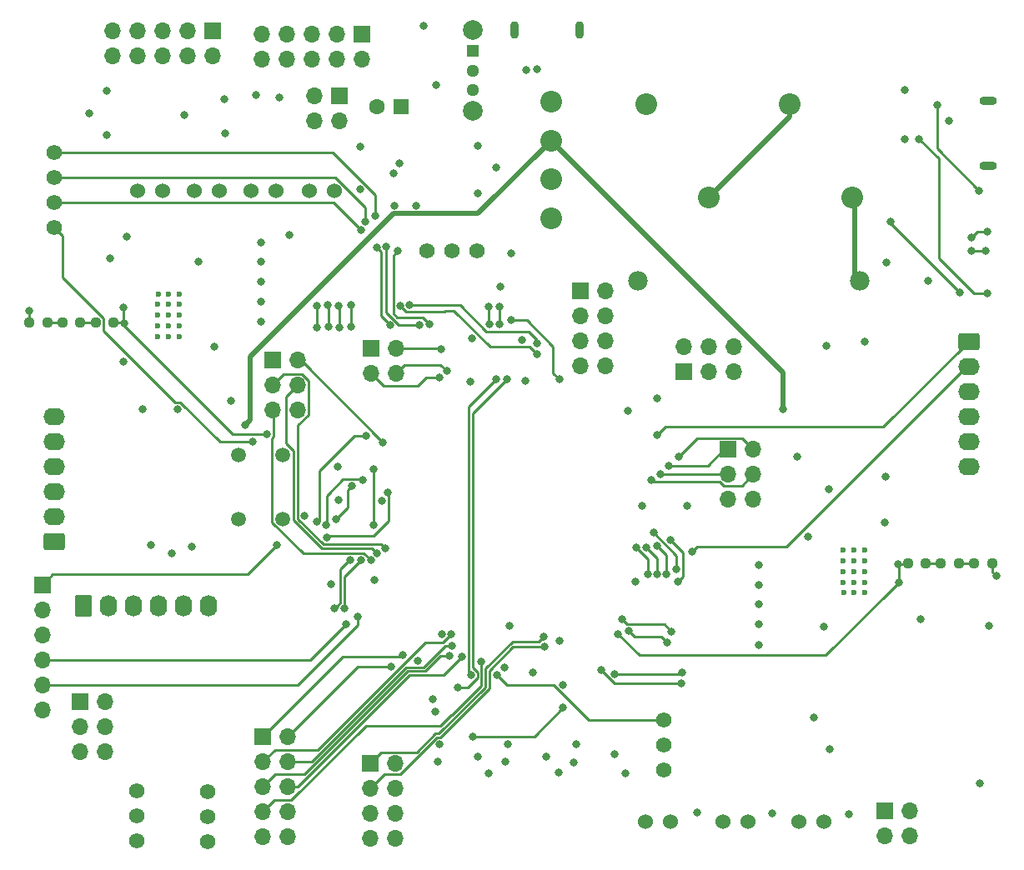
<source format=gbr>
%TF.GenerationSoftware,KiCad,Pcbnew,7.0.6*%
%TF.CreationDate,2024-03-10T14:45:18-07:00*%
%TF.ProjectId,MainBoard,4d61696e-426f-4617-9264-2e6b69636164,0.2*%
%TF.SameCoordinates,Original*%
%TF.FileFunction,Copper,L4,Bot*%
%TF.FilePolarity,Positive*%
%FSLAX46Y46*%
G04 Gerber Fmt 4.6, Leading zero omitted, Abs format (unit mm)*
G04 Created by KiCad (PCBNEW 7.0.6) date 2024-03-10 14:45:18*
%MOMM*%
%LPD*%
G01*
G04 APERTURE LIST*
G04 Aperture macros list*
%AMRoundRect*
0 Rectangle with rounded corners*
0 $1 Rounding radius*
0 $2 $3 $4 $5 $6 $7 $8 $9 X,Y pos of 4 corners*
0 Add a 4 corners polygon primitive as box body*
4,1,4,$2,$3,$4,$5,$6,$7,$8,$9,$2,$3,0*
0 Add four circle primitives for the rounded corners*
1,1,$1+$1,$2,$3*
1,1,$1+$1,$4,$5*
1,1,$1+$1,$6,$7*
1,1,$1+$1,$8,$9*
0 Add four rect primitives between the rounded corners*
20,1,$1+$1,$2,$3,$4,$5,0*
20,1,$1+$1,$4,$5,$6,$7,0*
20,1,$1+$1,$6,$7,$8,$9,0*
20,1,$1+$1,$8,$9,$2,$3,0*%
G04 Aperture macros list end*
%TA.AperFunction,ComponentPad*%
%ADD10C,1.524000*%
%TD*%
%TA.AperFunction,ComponentPad*%
%ADD11RoundRect,0.250000X-0.845000X0.620000X-0.845000X-0.620000X0.845000X-0.620000X0.845000X0.620000X0*%
%TD*%
%TA.AperFunction,ComponentPad*%
%ADD12O,2.190000X1.740000*%
%TD*%
%TA.AperFunction,ComponentPad*%
%ADD13C,1.574800*%
%TD*%
%TA.AperFunction,ComponentPad*%
%ADD14RoundRect,0.250000X0.845000X-0.620000X0.845000X0.620000X-0.845000X0.620000X-0.845000X-0.620000X0*%
%TD*%
%TA.AperFunction,ComponentPad*%
%ADD15R,1.700000X1.700000*%
%TD*%
%TA.AperFunction,ComponentPad*%
%ADD16O,1.700000X1.700000*%
%TD*%
%TA.AperFunction,ComponentPad*%
%ADD17C,0.600000*%
%TD*%
%TA.AperFunction,ComponentPad*%
%ADD18R,1.295400X1.295400*%
%TD*%
%TA.AperFunction,ComponentPad*%
%ADD19C,1.295400*%
%TD*%
%TA.AperFunction,ComponentPad*%
%ADD20C,2.000000*%
%TD*%
%TA.AperFunction,ComponentPad*%
%ADD21RoundRect,0.250000X-0.620000X-0.845000X0.620000X-0.845000X0.620000X0.845000X-0.620000X0.845000X0*%
%TD*%
%TA.AperFunction,ComponentPad*%
%ADD22O,1.740000X2.190000*%
%TD*%
%TA.AperFunction,ComponentPad*%
%ADD23O,1.800000X0.900000*%
%TD*%
%TA.AperFunction,ComponentPad*%
%ADD24C,1.507998*%
%TD*%
%TA.AperFunction,ComponentPad*%
%ADD25C,2.209800*%
%TD*%
%TA.AperFunction,ComponentPad*%
%ADD26R,1.600000X1.600000*%
%TD*%
%TA.AperFunction,ComponentPad*%
%ADD27C,1.600000*%
%TD*%
%TA.AperFunction,ComponentPad*%
%ADD28C,1.980000*%
%TD*%
%TA.AperFunction,ComponentPad*%
%ADD29O,0.900000X1.800000*%
%TD*%
%TA.AperFunction,SMDPad,CuDef*%
%ADD30RoundRect,0.237500X0.250000X0.237500X-0.250000X0.237500X-0.250000X-0.237500X0.250000X-0.237500X0*%
%TD*%
%TA.AperFunction,SMDPad,CuDef*%
%ADD31RoundRect,0.237500X-0.250000X-0.237500X0.250000X-0.237500X0.250000X0.237500X-0.250000X0.237500X0*%
%TD*%
%TA.AperFunction,ViaPad*%
%ADD32C,0.800000*%
%TD*%
%TA.AperFunction,Conductor*%
%ADD33C,0.250000*%
%TD*%
%TA.AperFunction,Conductor*%
%ADD34C,0.500000*%
%TD*%
G04 APERTURE END LIST*
D10*
%TO.P,SW8,1,A*%
%TO.N,+3.3V*%
X189060000Y-100300000D03*
%TO.P,SW8,2,B*%
%TO.N,/Bump2*%
X191600000Y-100300000D03*
%TD*%
D11*
%TO.P,U11,1,PhaseA*%
%TO.N,/IC1*%
X261925000Y-115570000D03*
D12*
%TO.P,U11,2,PhaseB*%
%TO.N,/IC2*%
X261925000Y-118110000D03*
%TO.P,U11,3,Vcc*%
%TO.N,+3.3V*%
X261925000Y-120650000D03*
%TO.P,U11,4,GND*%
%TO.N,GND*%
X261925000Y-123190000D03*
%TO.P,U11,5,M+*%
%TO.N,Net-(U11-M+)*%
X261925000Y-125730000D03*
%TO.P,U11,6,M-*%
%TO.N,Net-(U11-M-)*%
X261925000Y-128270000D03*
%TD*%
D13*
%TO.P,J15,1,Pin_1*%
%TO.N,+3.3V*%
X177450000Y-166350000D03*
%TO.P,J15,2,Pin_2*%
%TO.N,GND*%
X177450000Y-163810000D03*
%TO.P,J15,3,Pin_3*%
%TO.N,/Refl3*%
X177450000Y-161270000D03*
%TD*%
D14*
%TO.P,U12,1,PhaseA*%
%TO.N,/IC3*%
X169100000Y-135890000D03*
D12*
%TO.P,U12,2,PhaseB*%
%TO.N,/IC4*%
X169100000Y-133350000D03*
%TO.P,U12,3,Vcc*%
%TO.N,+3.3V*%
X169100000Y-130810000D03*
%TO.P,U12,4,GND*%
%TO.N,GND*%
X169100000Y-128270000D03*
%TO.P,U12,5,M+*%
%TO.N,Net-(U12-M+)*%
X169100000Y-125730000D03*
%TO.P,U12,6,M-*%
%TO.N,Net-(U12-M-)*%
X169100000Y-123190000D03*
%TD*%
D15*
%TO.P,J1,1,Pin_1*%
%TO.N,Net-(J1-Pin_1)*%
X167850000Y-140300000D03*
D16*
%TO.P,J1,2,Pin_2*%
%TO.N,+3.3V*%
X167850000Y-142840000D03*
%TO.P,J1,3,Pin_3*%
%TO.N,GND*%
X167850000Y-145380000D03*
%TO.P,J1,4,Pin_4*%
%TO.N,Net-(J1-Pin_4)*%
X167850000Y-147920000D03*
%TO.P,J1,5,Pin_5*%
%TO.N,Net-(J1-Pin_5)*%
X167850000Y-150460000D03*
%TO.P,J1,6,Pin_6*%
%TO.N,unconnected-(J1-Pin_6-Pad6)*%
X167850000Y-153000000D03*
%TD*%
D15*
%TO.P,J18,1,Pin_1*%
%TO.N,/SDA2*%
X253360000Y-163300000D03*
D16*
%TO.P,J18,2,Pin_2*%
%TO.N,GND*%
X255900000Y-163300000D03*
%TO.P,J18,3,Pin_3*%
%TO.N,/SCL2*%
X253360000Y-165840000D03*
%TO.P,J18,4,Pin_4*%
%TO.N,GND*%
X255900000Y-165840000D03*
%TD*%
D13*
%TO.P,J14,1,Pin_1*%
%TO.N,+3.3V*%
X184673800Y-166390000D03*
%TO.P,J14,2,Pin_2*%
%TO.N,GND*%
X184673800Y-163850000D03*
%TO.P,J14,3,Pin_3*%
%TO.N,/Refl2*%
X184673800Y-161310000D03*
%TD*%
%TO.P,D8,1,A1*%
%TO.N,Net-(D8-A1)*%
X211990000Y-106376200D03*
%TO.P,D8,2,K*%
%TO.N,GND*%
X209450000Y-106376200D03*
%TO.P,D8,3,A2*%
%TO.N,Net-(D8-A2)*%
X206910000Y-106376200D03*
%TD*%
D15*
%TO.P,J3,1,Pin_1*%
%TO.N,+5V*%
X200300000Y-84360000D03*
D16*
%TO.P,J3,2,Pin_2*%
%TO.N,GND*%
X200300000Y-86900000D03*
%TO.P,J3,3,Pin_3*%
%TO.N,+5V*%
X197760000Y-84360000D03*
%TO.P,J3,4,Pin_4*%
%TO.N,GND*%
X197760000Y-86900000D03*
%TO.P,J3,5,Pin_5*%
%TO.N,+5V*%
X195220000Y-84360000D03*
%TO.P,J3,6,Pin_6*%
%TO.N,GND*%
X195220000Y-86900000D03*
%TO.P,J3,7,Pin_7*%
%TO.N,+5V*%
X192680000Y-84360000D03*
%TO.P,J3,8,Pin_8*%
%TO.N,GND*%
X192680000Y-86900000D03*
%TO.P,J3,9,Pin_9*%
%TO.N,+5V*%
X190140000Y-84360000D03*
%TO.P,J3,10,Pin_10*%
%TO.N,GND*%
X190140000Y-86900000D03*
%TD*%
D17*
%TO.P,U10,29,PAD*%
%TO.N,GND*%
X179600000Y-111799999D03*
X179600000Y-112899999D03*
X179600000Y-113999999D03*
X179600000Y-115100000D03*
X179620000Y-110779999D03*
X180700000Y-110779999D03*
X180700000Y-115100000D03*
X180700003Y-111799999D03*
X180700003Y-112899999D03*
X180700003Y-113999999D03*
X181760000Y-110779999D03*
X181800000Y-111799999D03*
X181800000Y-112899999D03*
X181800000Y-113999999D03*
X181800000Y-115100000D03*
%TD*%
D15*
%TO.P,J21,1,Pin_1*%
%TO.N,/RH15*%
X233010000Y-118650000D03*
D16*
%TO.P,J21,2,Pin_2*%
%TO.N,/RH14*%
X233010000Y-116110000D03*
%TO.P,J21,3,Pin_3*%
%TO.N,/RH13*%
X235550000Y-118650000D03*
%TO.P,J21,4,Pin_4*%
%TO.N,/RH12*%
X235550000Y-116110000D03*
%TO.P,J21,5,Pin_5*%
%TO.N,GND*%
X238090000Y-118650000D03*
%TO.P,J21,6,Pin_6*%
X238090000Y-116110000D03*
%TD*%
D15*
%TO.P,J19,1,Pin_1*%
%TO.N,/SCK4*%
X237510000Y-126560000D03*
D16*
%TO.P,J19,2,Pin_2*%
%TO.N,/SDI4*%
X240050000Y-126560000D03*
%TO.P,J19,3,Pin_3*%
%TO.N,/SS4\u002A*%
X237510000Y-129100000D03*
%TO.P,J19,4,Pin_4*%
%TO.N,/SDO4*%
X240050000Y-129100000D03*
%TO.P,J19,5,Pin_5*%
%TO.N,GND*%
X237510000Y-131640000D03*
%TO.P,J19,6,Pin_6*%
X240050000Y-131640000D03*
%TD*%
D18*
%TO.P,SW2,1,A*%
%TO.N,Net-(J4-VBUS)*%
X211550000Y-86049999D03*
D19*
%TO.P,SW2,2,B*%
%TO.N,+5V*%
X211550000Y-88050000D03*
%TO.P,SW2,3,C*%
%TO.N,unconnected-(SW2-C-Pad3)*%
X211550000Y-90050001D03*
D20*
%TO.P,SW2,4*%
%TO.N,N/C*%
X211550000Y-83949999D03*
%TO.P,SW2,5*%
X211550000Y-92150000D03*
%TD*%
D17*
%TO.P,U13,29,PAD*%
%TO.N,GND*%
X251400000Y-140099999D03*
X251400000Y-138999999D03*
X251400000Y-137899999D03*
X251400000Y-136799998D03*
X251380000Y-141119999D03*
X250300000Y-141119999D03*
X250300000Y-136799998D03*
X250299997Y-140099999D03*
X250299997Y-138999999D03*
X250299997Y-137899999D03*
X249240000Y-141119999D03*
X249200000Y-140099999D03*
X249200000Y-138999999D03*
X249200000Y-137899999D03*
X249200000Y-136799998D03*
%TD*%
D21*
%TO.P,J20,1,Pin_1*%
%TO.N,/SCK2*%
X172055000Y-142450000D03*
D22*
%TO.P,J20,2,Pin_2*%
%TO.N,/SS2\u002A*%
X174595000Y-142450000D03*
%TO.P,J20,3,Pin_3*%
%TO.N,/SDO2*%
X177135000Y-142450000D03*
%TO.P,J20,4,Pin_4*%
%TO.N,/SDI2*%
X179675000Y-142450000D03*
%TO.P,J20,5,Pin_5*%
%TO.N,GND*%
X182215000Y-142450000D03*
%TO.P,J20,6,Pin_6*%
X184755000Y-142450000D03*
%TD*%
D15*
%TO.P,J8,1,Pin_1*%
%TO.N,/SCK3*%
X201160000Y-158430000D03*
D16*
%TO.P,J8,2,Pin_2*%
%TO.N,/SDO3*%
X203700000Y-158430000D03*
%TO.P,J8,3,Pin_3*%
%TO.N,/SS3\u002A*%
X201160000Y-160970000D03*
%TO.P,J8,4,Pin_4*%
%TO.N,/SDI3*%
X203700000Y-160970000D03*
%TO.P,J8,5,Pin_5*%
%TO.N,GND*%
X201160000Y-163510000D03*
%TO.P,J8,6,Pin_6*%
X203700000Y-163510000D03*
%TO.P,J8,7,Pin_7*%
%TO.N,/U4RX*%
X201160000Y-166050000D03*
%TO.P,J8,8,Pin_8*%
%TO.N,/U4TX*%
X203700000Y-166050000D03*
%TD*%
D15*
%TO.P,J2,1,Pin_1*%
%TO.N,Net-(J2-Pin_1)*%
X185140000Y-84060000D03*
D16*
%TO.P,J2,2,Pin_2*%
%TO.N,GND*%
X185140000Y-86600000D03*
%TO.P,J2,3,Pin_3*%
%TO.N,Net-(J2-Pin_1)*%
X182600000Y-84060000D03*
%TO.P,J2,4,Pin_4*%
%TO.N,GND*%
X182600000Y-86600000D03*
%TO.P,J2,5,Pin_5*%
%TO.N,Net-(J2-Pin_1)*%
X180060000Y-84060000D03*
%TO.P,J2,6,Pin_6*%
%TO.N,GND*%
X180060000Y-86600000D03*
%TO.P,J2,7,Pin_7*%
%TO.N,Net-(J2-Pin_1)*%
X177520000Y-84060000D03*
%TO.P,J2,8,Pin_8*%
%TO.N,GND*%
X177520000Y-86600000D03*
%TO.P,J2,9,Pin_9*%
%TO.N,Net-(J2-Pin_1)*%
X174980000Y-84060000D03*
%TO.P,J2,10,Pin_10*%
%TO.N,GND*%
X174980000Y-86600000D03*
%TD*%
D15*
%TO.P,J23,1,Pin_1*%
%TO.N,/U5TX*%
X171660000Y-152150000D03*
D16*
%TO.P,J23,2,Pin_2*%
%TO.N,/U5RX*%
X174200000Y-152150000D03*
%TO.P,J23,3,Pin_3*%
%TO.N,/U6TX*%
X171660000Y-154690000D03*
%TO.P,J23,4,Pin_4*%
%TO.N,/U6RX*%
X174200000Y-154690000D03*
%TO.P,J23,5,Pin_5*%
%TO.N,GND*%
X171660000Y-157230000D03*
%TO.P,J23,6,Pin_6*%
X174200000Y-157230000D03*
%TD*%
D10*
%TO.P,SW6,1,1*%
%TO.N,+3.3V*%
X231610128Y-164351200D03*
%TO.P,SW6,2,2*%
%TO.N,/Switch1*%
X229070128Y-164351200D03*
%TD*%
D23*
%TO.P,J9,S5*%
%TO.N,N/C*%
X263900000Y-97700000D03*
%TO.P,J9,S6*%
X263900000Y-91100000D03*
%TD*%
D10*
%TO.P,SW10,1,A*%
%TO.N,+3.3V*%
X177510000Y-100300000D03*
%TO.P,SW10,2,B*%
%TO.N,/Bump4*%
X180050000Y-100300000D03*
%TD*%
%TO.P,SW4,1,1*%
%TO.N,+3.3V*%
X239490128Y-164375000D03*
%TO.P,SW4,2,2*%
%TO.N,/Switch2*%
X236950128Y-164375000D03*
%TD*%
%TO.P,SW5,1,1*%
%TO.N,+3.3V*%
X247230128Y-164375000D03*
%TO.P,SW5,2,2*%
%TO.N,/Switch3*%
X244690128Y-164375000D03*
%TD*%
D15*
%TO.P,J25,1,Pin_1*%
%TO.N,/RE4*%
X201250000Y-116275000D03*
D16*
%TO.P,J25,2,Pin_2*%
%TO.N,/RE1*%
X203790000Y-116275000D03*
%TO.P,J25,3,Pin_3*%
%TO.N,/RG12*%
X201250000Y-118815000D03*
%TO.P,J25,4,Pin_4*%
%TO.N,/RG14*%
X203790000Y-118815000D03*
%TD*%
D24*
%TO.P,SW1,1*%
%TO.N,GND*%
X192300001Y-127099998D03*
%TO.P,SW1,2*%
%TO.N,N/C*%
X192300001Y-133600000D03*
%TO.P,SW1,3*%
X187800000Y-127099998D03*
%TO.P,SW1,4*%
%TO.N,Net-(C1-Pad1)*%
X187800000Y-133600000D03*
%TD*%
D15*
%TO.P,J26,1,Pin_1*%
%TO.N,+3.3V*%
X222460000Y-110400000D03*
D16*
%TO.P,J26,2,Pin_2*%
%TO.N,GND*%
X225000000Y-110400000D03*
%TO.P,J26,3,Pin_3*%
%TO.N,/IMU_INT2*%
X222460000Y-112940000D03*
%TO.P,J26,4,Pin_4*%
%TO.N,/SCK1*%
X225000000Y-112940000D03*
%TO.P,J26,5,Pin_5*%
%TO.N,/IMU_INT1*%
X222460000Y-115480000D03*
%TO.P,J26,6,Pin_6*%
%TO.N,/SS1\u002A*%
X225000000Y-115480000D03*
%TO.P,J26,7,Pin_7*%
%TO.N,/SDO1*%
X222460000Y-118020000D03*
%TO.P,J26,8,Pin_8*%
%TO.N,/SDI1*%
X225000000Y-118020000D03*
%TD*%
D25*
%TO.P,SW3,1,1*%
%TO.N,+5V*%
X219500000Y-103087200D03*
%TO.P,SW3,2,2*%
%TO.N,Net-(J4-VBUS)*%
X219500000Y-99124800D03*
%TO.P,SW3,3,3*%
%TO.N,Vdrive*%
X219500000Y-95162400D03*
%TO.P,SW3,4,4*%
%TO.N,Net-(F1-Pad1)*%
X219500000Y-91200000D03*
%TD*%
D26*
%TO.P,C15,1*%
%TO.N,+5V*%
X204305113Y-91700000D03*
D27*
%TO.P,C15,2*%
%TO.N,GND*%
X201805113Y-91700000D03*
%TD*%
D28*
%TO.P,F1,1*%
%TO.N,Net-(F1-Pad1)*%
X228350000Y-109400000D03*
%TO.P,F1,2*%
%TO.N,Net-(J5-Pin_1)*%
X250850000Y-109400000D03*
%TD*%
D13*
%TO.P,J13,1,Pin_1*%
%TO.N,+3.3V*%
X230973800Y-159140000D03*
%TO.P,J13,2,Pin_2*%
%TO.N,GND*%
X230973800Y-156600000D03*
%TO.P,J13,3,Pin_3*%
%TO.N,/Refl1*%
X230973800Y-154060000D03*
%TD*%
D10*
%TO.P,SW9,1,A*%
%TO.N,+3.3V*%
X183310000Y-100300000D03*
%TO.P,SW9,2,B*%
%TO.N,/Bump3*%
X185850000Y-100300000D03*
%TD*%
D25*
%TO.P,J6,1,Pin_1*%
%TO.N,Net-(J5-Pin_2)*%
X235500000Y-101000000D03*
%TO.P,J6,2,Pin_2*%
%TO.N,GND*%
X229150000Y-91500001D03*
%TD*%
D10*
%TO.P,SW7,1,A*%
%TO.N,+3.3V*%
X195000000Y-100300000D03*
%TO.P,SW7,2,B*%
%TO.N,/Bump1*%
X197540000Y-100300000D03*
%TD*%
D29*
%TO.P,J4,S5*%
%TO.N,N/C*%
X222400000Y-83900000D03*
%TO.P,J4,S6*%
X215800000Y-83900000D03*
%TD*%
D13*
%TO.P,J24,1,Pin_1*%
%TO.N,/U2TX*%
X169100000Y-104000000D03*
%TO.P,J24,2,Pin_2*%
%TO.N,/U2RX*%
X169100000Y-101460000D03*
%TO.P,J24,3,Pin_3*%
%TO.N,/GPS_Reset*%
X169100000Y-98920000D03*
%TO.P,J24,4,Pin_4*%
%TO.N,/GPS_INT*%
X169100000Y-96380000D03*
%TD*%
D15*
%TO.P,J7,1,Pin_1*%
%TO.N,/RA9*%
X190250000Y-155740000D03*
D16*
%TO.P,J7,2,Pin_2*%
%TO.N,/RA10*%
X192790000Y-155740000D03*
%TO.P,J7,3,Pin_3*%
%TO.N,/RH0*%
X190250000Y-158280000D03*
%TO.P,J7,4,Pin_4*%
%TO.N,/RH1*%
X192790000Y-158280000D03*
%TO.P,J7,5,Pin_5*%
%TO.N,/RH2*%
X190250000Y-160820000D03*
%TO.P,J7,6,Pin_6*%
%TO.N,/RH3*%
X192790000Y-160820000D03*
%TO.P,J7,7,Pin_7*%
%TO.N,/RB10*%
X190250000Y-163360000D03*
%TO.P,J7,8,Pin_8*%
%TO.N,/RK1*%
X192790000Y-163360000D03*
%TO.P,J7,9,Pin_9*%
%TO.N,/RK2*%
X190250000Y-165900000D03*
%TO.P,J7,10,Pin_10*%
%TO.N,/RK3*%
X192790000Y-165900000D03*
%TD*%
D15*
%TO.P,J16,1,Pin_1*%
%TO.N,/RE7*%
X191210000Y-117510000D03*
D16*
%TO.P,J16,2,Pin_2*%
%TO.N,/RJ8*%
X193750000Y-117510000D03*
%TO.P,J16,3,Pin_3*%
%TO.N,/RJ13*%
X191210000Y-120050000D03*
%TO.P,J16,4,Pin_4*%
%TO.N,/RJ14*%
X193750000Y-120050000D03*
%TO.P,J16,5,Pin_5*%
%TO.N,/RJ15*%
X191210000Y-122590000D03*
%TO.P,J16,6,Pin_6*%
%TO.N,GND*%
X193750000Y-122590000D03*
%TD*%
D25*
%TO.P,J5,1,Pin_1*%
%TO.N,Net-(J5-Pin_1)*%
X250100000Y-100999999D03*
%TO.P,J5,2,Pin_2*%
%TO.N,Net-(J5-Pin_2)*%
X243750000Y-91500000D03*
%TD*%
D15*
%TO.P,J22,1,Pin_1*%
%TO.N,/U3TX*%
X198050000Y-90650000D03*
D16*
%TO.P,J22,2,Pin_2*%
%TO.N,GND*%
X198050000Y-93190000D03*
%TO.P,J22,3,Pin_3*%
%TO.N,/U3RX*%
X195510000Y-90650000D03*
%TO.P,J22,4,Pin_4*%
%TO.N,GND*%
X195510000Y-93190000D03*
%TD*%
D30*
%TO.P,R49,1*%
%TO.N,Net-(R49-Pad1)*%
X260925000Y-138125000D03*
%TO.P,R49,2*%
%TO.N,Net-(R36-Pad1)*%
X259100000Y-138125000D03*
%TD*%
D31*
%TO.P,R26,1*%
%TO.N,Net-(R26-Pad1)*%
X173275000Y-113700000D03*
%TO.P,R26,2*%
%TO.N,/MotorCurrent1*%
X175100000Y-113700000D03*
%TD*%
D30*
%TO.P,R36,1*%
%TO.N,Net-(R36-Pad1)*%
X257562500Y-138125000D03*
%TO.P,R36,2*%
%TO.N,/MotorCurrent2*%
X255737500Y-138125000D03*
%TD*%
D31*
%TO.P,R47,1*%
%TO.N,Net-(R47-Pad1)*%
X169900000Y-113700000D03*
%TO.P,R47,2*%
%TO.N,Net-(R26-Pad1)*%
X171725000Y-113700000D03*
%TD*%
%TO.P,R48,1*%
%TO.N,GND*%
X166525000Y-113700000D03*
%TO.P,R48,2*%
%TO.N,Net-(R47-Pad1)*%
X168350000Y-113700000D03*
%TD*%
D30*
%TO.P,R50,1*%
%TO.N,GND*%
X264300000Y-138125000D03*
%TO.P,R50,2*%
%TO.N,Net-(R49-Pad1)*%
X262475000Y-138125000D03*
%TD*%
D32*
%TO.N,GND*%
X247500000Y-116000000D03*
X183050000Y-136400000D03*
X208200000Y-156500000D03*
X202310556Y-131798056D03*
X216925501Y-119600000D03*
X259900000Y-93150000D03*
X215100000Y-156500000D03*
X176100000Y-117650000D03*
X215258526Y-144491472D03*
X220400333Y-145999667D03*
X212100000Y-100500000D03*
X213900000Y-97900000D03*
X197859787Y-128309787D03*
X187000000Y-121600000D03*
X247800000Y-157000000D03*
X225994063Y-157486643D03*
X222100000Y-156500000D03*
X217700000Y-149250000D03*
X253500000Y-129300000D03*
X192950000Y-104750000D03*
X257050000Y-143825500D03*
X251400000Y-115600000D03*
X247700000Y-130600000D03*
X244500000Y-127300000D03*
X186400000Y-94400000D03*
X181034787Y-137084787D03*
X172600000Y-92400000D03*
X249790128Y-163575000D03*
X166525000Y-112500000D03*
X189575000Y-90550000D03*
X174750000Y-107150000D03*
X218100000Y-87900000D03*
X191950000Y-90800000D03*
X247200000Y-144600000D03*
X176400000Y-104950000D03*
X263950000Y-144450000D03*
X201562500Y-139850000D03*
X241990128Y-163525000D03*
X217000000Y-88000000D03*
X263050000Y-160500000D03*
X253400000Y-134000000D03*
X183750000Y-107450000D03*
X204100000Y-97500000D03*
X178050000Y-122450000D03*
X206600000Y-83475000D03*
X174400000Y-90100000D03*
X181600000Y-122450000D03*
X207500000Y-151950000D03*
X174400000Y-94600000D03*
X257800000Y-109400000D03*
X186300000Y-91000000D03*
X219000000Y-157800000D03*
X211300000Y-119700000D03*
X178900000Y-136250000D03*
X264700000Y-139425000D03*
X182300000Y-92600000D03*
X228776944Y-132276944D03*
X253600000Y-107530000D03*
X200100000Y-95800000D03*
X200100000Y-100100000D03*
X212100000Y-95700000D03*
X228050000Y-140000000D03*
X208426944Y-145326944D03*
X212100000Y-157800000D03*
X234340128Y-163475000D03*
X227336051Y-122636051D03*
%TO.N,+3.3V*%
X194500000Y-133300000D03*
X245600000Y-135400000D03*
X216600000Y-115400000D03*
X213200000Y-159500000D03*
X240600000Y-146400000D03*
X240600000Y-142300000D03*
X240600000Y-144300000D03*
X190100000Y-111550000D03*
X214900000Y-158300000D03*
X240600000Y-138300000D03*
X207800000Y-89500000D03*
X190050000Y-107500000D03*
X230300000Y-121400000D03*
X203500000Y-98500000D03*
X190100000Y-113550000D03*
X205950000Y-148000000D03*
X205800000Y-101800000D03*
X208000000Y-158300000D03*
X185300000Y-116100000D03*
X240600000Y-140300000D03*
X214800356Y-148700351D03*
X190050000Y-109550000D03*
X255400000Y-95000000D03*
X220300000Y-159400000D03*
X190100000Y-105500000D03*
X197200000Y-140213420D03*
X254000000Y-103400000D03*
X203600000Y-101800000D03*
X246200000Y-153800000D03*
X227100000Y-159500000D03*
X220700000Y-150450000D03*
X214350000Y-110050000D03*
X261050354Y-110650353D03*
X207750000Y-153162500D03*
X197900000Y-131650000D03*
X211500000Y-115300000D03*
X221800000Y-158400000D03*
X255400000Y-90000000D03*
X215485556Y-106664444D03*
X233300000Y-132250000D03*
%TO.N,Net-(J1-Pin_1)*%
X191650000Y-136275000D03*
%TO.N,Net-(J1-Pin_4)*%
X198700000Y-144309814D03*
%TO.N,Net-(J1-Pin_5)*%
X199875000Y-143525000D03*
%TO.N,/Refl1*%
X214000000Y-149450000D03*
%TO.N,/Refl2*%
X198499503Y-142700000D03*
X200200000Y-137775000D03*
%TO.N,/Refl3*%
X197550000Y-142700000D03*
X199100000Y-137775000D03*
%TO.N,/SDA2*%
X232389694Y-140018292D03*
X231653888Y-135796112D03*
%TO.N,/SCL2*%
X229926944Y-135023056D03*
X232250000Y-138700000D03*
%TO.N,/RH0*%
X209401731Y-145306046D03*
%TO.N,/RH1*%
X209439127Y-146514762D03*
%TO.N,/RJ13*%
X202657370Y-136624500D03*
%TO.N,/RH2*%
X209200000Y-147550000D03*
%TO.N,/RJ14*%
X201821956Y-137075764D03*
%TO.N,/RH3*%
X210450000Y-147600000D03*
%TO.N,/RJ15*%
X201239950Y-137825980D03*
%TO.N,/U2TX*%
X189250000Y-125800000D03*
%TO.N,Net-(D9-K)*%
X262200000Y-105000000D03*
X263800000Y-104400000D03*
%TO.N,/U2RX*%
X203166055Y-113933945D03*
X200200000Y-104250000D03*
X201800000Y-106050000D03*
%TO.N,/U3TX*%
X205150000Y-111900000D03*
X218100000Y-115800000D03*
%TO.N,/U3RX*%
X218100000Y-116900000D03*
X204202910Y-111967649D03*
%TO.N,/RA9*%
X204430444Y-147480444D03*
%TO.N,/RB10*%
X212405233Y-148075750D03*
%TO.N,/RA10*%
X203280444Y-148630444D03*
%TO.N,/U6TX*%
X201450000Y-134250000D03*
X201510340Y-128575500D03*
%TO.N,/Switch1*%
X228165980Y-136525500D03*
X229350000Y-139250000D03*
%TO.N,/RG12*%
X208209423Y-119227463D03*
%TO.N,/RG14*%
X208900000Y-118575000D03*
%TO.N,/SCK3*%
X218724501Y-145550000D03*
%TO.N,/SS3\u002A*%
X218850000Y-146600000D03*
%TO.N,/RE1*%
X208325000Y-116350000D03*
%TO.N,/SCK4*%
X231450000Y-128200000D03*
%TO.N,/SDO4*%
X229650000Y-129700000D03*
%TO.N,/Switch2*%
X230300000Y-139250000D03*
X229200000Y-136525500D03*
%TO.N,/Switch3*%
X230300000Y-136350000D03*
X231249503Y-139250000D03*
%TO.N,/SS4\u002A*%
X230596809Y-129043540D03*
%TO.N,/SDI4*%
X232457370Y-127307370D03*
%TO.N,/SDO5*%
X211359787Y-149459786D03*
X213924500Y-119400000D03*
%TO.N,/SDI5*%
X215050000Y-119400000D03*
X210051906Y-150710761D03*
%TO.N,/SCK6*%
X232850000Y-149250000D03*
X225975500Y-149396660D03*
%TO.N,/SDO6*%
X231750000Y-145050000D03*
X226701000Y-143800000D03*
%TO.N,/SS6\u002A*%
X224612476Y-148987524D03*
X232700000Y-150350000D03*
%TO.N,/SDI6*%
X227375500Y-144974500D03*
X231324500Y-146200000D03*
%TO.N,/SCK2*%
X196674032Y-134197201D03*
X200400000Y-129675500D03*
%TO.N,/SDI2*%
X197699266Y-133672527D03*
X199300000Y-130274500D03*
%TO.N,/SDO2*%
X202900000Y-130924501D03*
X196775868Y-135532616D03*
%TO.N,/IC2*%
X233850000Y-136925500D03*
%TO.N,/IC3*%
X195767244Y-133915616D03*
X200700000Y-125150000D03*
%TO.N,/IC1*%
X230299527Y-125075500D03*
%TO.N,/Bump1*%
X199200000Y-111850000D03*
X199200000Y-114075000D03*
%TO.N,/Bump2*%
X197950000Y-111950000D03*
X198000000Y-114125000D03*
%TO.N,/Bump3*%
X196900000Y-114100000D03*
X196875000Y-111900000D03*
%TO.N,/Bump4*%
X195750000Y-111950000D03*
X195700000Y-114150000D03*
%TO.N,/LED2*%
X211600000Y-155700000D03*
X220719870Y-152769870D03*
%TO.N,/GPS_INT*%
X207175000Y-113824500D03*
X201700000Y-102850000D03*
X203950000Y-106400000D03*
%TO.N,/GPS_Reset*%
X200650000Y-103400000D03*
X206175000Y-113875000D03*
X202800000Y-105950000D03*
%TO.N,/Status_Yellow*%
X214250000Y-113824500D03*
X214250000Y-112025500D03*
%TO.N,/Status_Green*%
X213250000Y-113824500D03*
X213200000Y-112025500D03*
%TO.N,Vdrive*%
X188450000Y-124100000D03*
X243100000Y-122500000D03*
%TO.N,Net-(D9-A)*%
X263000000Y-100300000D03*
X258700000Y-91600000D03*
%TO.N,Net-(D10-K)*%
X262200500Y-106400000D03*
X263600000Y-106400000D03*
%TO.N,Net-(D10-A)*%
X256900000Y-95000000D03*
X263800000Y-110700000D03*
%TO.N,/MotorCurrent1*%
X176125000Y-112100500D03*
X176175000Y-113725500D03*
X190673056Y-124973056D03*
%TO.N,/MotorCurrent2*%
X254773435Y-138174498D03*
X254800000Y-140100000D03*
X226324500Y-145300000D03*
%TO.N,/Dir2*%
X220339194Y-119414695D03*
X215459674Y-113413562D03*
%TO.N,/RJ8*%
X202460933Y-125864821D03*
%TD*%
D33*
%TO.N,GND*%
X166525000Y-112500000D02*
X166525000Y-113700000D01*
X264300000Y-138125000D02*
X264300000Y-139025000D01*
X264300000Y-139025000D02*
X264700000Y-139425000D01*
%TO.N,+3.3V*%
X261050354Y-110650353D02*
X254000000Y-103599999D01*
X254000000Y-103599999D02*
X254000000Y-103400000D01*
%TO.N,Net-(J1-Pin_1)*%
X167850000Y-140300000D02*
X168905000Y-139245000D01*
X168905000Y-139245000D02*
X188680000Y-139245000D01*
X188680000Y-139245000D02*
X191650000Y-136275000D01*
%TO.N,Net-(J1-Pin_4)*%
X167850000Y-147920000D02*
X195089814Y-147920000D01*
X195089814Y-147920000D02*
X198700000Y-144309814D01*
%TO.N,Net-(J1-Pin_5)*%
X199875000Y-144375000D02*
X193790000Y-150460000D01*
X193790000Y-150460000D02*
X167850000Y-150460000D01*
X199875000Y-143525000D02*
X199875000Y-144375000D01*
%TO.N,/Refl1*%
X215050000Y-150500000D02*
X219795405Y-150500000D01*
X223355405Y-154060000D02*
X230973800Y-154060000D01*
X214000000Y-149450000D02*
X215050000Y-150500000D01*
X219795405Y-150500000D02*
X223355405Y-154060000D01*
%TO.N,/Refl2*%
X198499503Y-139500497D02*
X198499503Y-142700000D01*
X200200000Y-137800000D02*
X198499503Y-139500497D01*
X200200000Y-137775000D02*
X200200000Y-137800000D01*
%TO.N,/Refl3*%
X198099503Y-142145405D02*
X197824503Y-142420405D01*
X197824503Y-142420405D02*
X197824503Y-142425497D01*
X197824503Y-142425497D02*
X197550000Y-142700000D01*
X199025000Y-137775000D02*
X198099503Y-138700497D01*
X199100000Y-137775000D02*
X199025000Y-137775000D01*
X198099503Y-138700497D02*
X198099503Y-142145405D01*
%TO.N,/SDA2*%
X232925000Y-139482986D02*
X232389694Y-140018292D01*
X231653888Y-135796112D02*
X232925000Y-137067224D01*
X232925000Y-137067224D02*
X232925000Y-139482986D01*
%TO.N,/SCL2*%
X232250000Y-137346112D02*
X229926944Y-135023056D01*
X232250000Y-138700000D02*
X232250000Y-137346112D01*
%TO.N,/RH0*%
X208548196Y-146159581D02*
X206740419Y-146159581D01*
X191480000Y-157050000D02*
X190720000Y-157810000D01*
X195850000Y-157050000D02*
X191480000Y-157050000D01*
X206740419Y-146159581D02*
X195850000Y-157050000D01*
X209401731Y-145306046D02*
X208548196Y-146159581D01*
%TO.N,/RH1*%
X195185686Y-158280000D02*
X193220000Y-158280000D01*
X204790686Y-148675000D02*
X195185686Y-158280000D01*
X208758701Y-146514762D02*
X206598463Y-148675000D01*
X209439127Y-146514762D02*
X208758701Y-146514762D01*
X206598463Y-148675000D02*
X204790686Y-148675000D01*
%TO.N,/RJ13*%
X196407616Y-136207616D02*
X193825000Y-133625000D01*
X202232870Y-136200000D02*
X197063079Y-136200000D01*
X193825000Y-133625000D02*
X193825000Y-124105991D01*
X192335000Y-118925000D02*
X191210000Y-120050000D01*
X202657370Y-136624500D02*
X202232870Y-136200000D01*
X197055463Y-136207616D02*
X196407616Y-136207616D01*
X194215991Y-118925000D02*
X192335000Y-118925000D01*
X194875000Y-119584009D02*
X194215991Y-118925000D01*
X193825000Y-124105991D02*
X194875000Y-123055991D01*
X197063079Y-136200000D02*
X197055463Y-136207616D01*
X194875000Y-123055991D02*
X194875000Y-119584009D01*
%TO.N,/RH2*%
X191520000Y-159550000D02*
X190250000Y-160820000D01*
X208289149Y-147550000D02*
X206764148Y-149075000D01*
X194481372Y-159550000D02*
X191520000Y-159550000D01*
X204956372Y-149075000D02*
X194481372Y-159550000D01*
X206764148Y-149075000D02*
X204956372Y-149075000D01*
X209200000Y-147550000D02*
X208289149Y-147550000D01*
%TO.N,/RJ14*%
X197221148Y-136607616D02*
X196241931Y-136607616D01*
X196241931Y-136607616D02*
X193329000Y-133694685D01*
X193329000Y-133694685D02*
X193329000Y-126673772D01*
X193329000Y-126673772D02*
X192625000Y-125969772D01*
X197228764Y-136600000D02*
X197221148Y-136607616D01*
X201821956Y-137075764D02*
X201346192Y-136600000D01*
X192625000Y-125969772D02*
X192625000Y-121175000D01*
X192625000Y-121175000D02*
X193750000Y-120050000D01*
X201346192Y-136600000D02*
X197228764Y-136600000D01*
%TO.N,/RH3*%
X208575000Y-149475000D02*
X210450000Y-147600000D01*
X193777058Y-160820000D02*
X205122058Y-149475000D01*
X205122058Y-149475000D02*
X208575000Y-149475000D01*
X193220000Y-160820000D02*
X193777058Y-160820000D01*
%TO.N,/RJ15*%
X191200354Y-125400353D02*
X191348056Y-125252651D01*
X200514470Y-137100500D02*
X194345276Y-137100500D01*
X201239950Y-137825980D02*
X200514470Y-137100500D01*
X194345276Y-137100500D02*
X191200354Y-133955578D01*
X191200354Y-133955578D02*
X191200354Y-125400353D01*
X191348056Y-125252651D02*
X191348056Y-122728056D01*
%TO.N,/U2TX*%
X169950000Y-104850000D02*
X169950000Y-109125000D01*
X174075000Y-114500000D02*
X181350000Y-121775000D01*
X181879595Y-121775000D02*
X185904595Y-125800000D01*
X174075000Y-113250000D02*
X174075000Y-114500000D01*
X181350000Y-121775000D02*
X181879595Y-121775000D01*
X185904595Y-125800000D02*
X189250000Y-125800000D01*
X169100000Y-104000000D02*
X169950000Y-104850000D01*
X169950000Y-109125000D02*
X174075000Y-113250000D01*
%TO.N,Net-(D9-K)*%
X263800000Y-104400000D02*
X262800000Y-104400000D01*
X262800000Y-104400000D02*
X262200000Y-105000000D01*
%TO.N,/U2RX*%
X169100000Y-101460000D02*
X197410000Y-101460000D01*
X197410000Y-101460000D02*
X200200000Y-104250000D01*
X202250000Y-113017890D02*
X202250000Y-106500000D01*
X202250000Y-106500000D02*
X201800000Y-106050000D01*
X203166055Y-113933945D02*
X202250000Y-113017890D01*
%TO.N,/U3TX*%
X217250000Y-114550000D02*
X212950000Y-114550000D01*
X218100000Y-115400000D02*
X217250000Y-114550000D01*
X218100000Y-115800000D02*
X218100000Y-115400000D01*
X212950000Y-114550000D02*
X210300000Y-111900000D01*
X210300000Y-111900000D02*
X205150000Y-111900000D01*
%TO.N,/U3RX*%
X208725000Y-112575000D02*
X204810261Y-112575000D01*
X204810261Y-112575000D02*
X204202910Y-111967649D01*
X209654595Y-112500000D02*
X208800000Y-112500000D01*
X208800000Y-112500000D02*
X208725000Y-112575000D01*
X213304595Y-116150000D02*
X209654595Y-112500000D01*
X218100000Y-116900000D02*
X217350000Y-116150000D01*
X217350000Y-116150000D02*
X213304595Y-116150000D01*
%TO.N,/RA9*%
X204430444Y-147480444D02*
X204310888Y-147600000D01*
X198390000Y-147600000D02*
X190720000Y-155270000D01*
X204310888Y-147600000D02*
X198390000Y-147600000D01*
%TO.N,/RB10*%
X212434787Y-148105304D02*
X212434787Y-150533841D01*
X200750000Y-154600000D02*
X193150000Y-162200000D01*
X209445534Y-153523094D02*
X209376906Y-153523094D01*
X209376906Y-153523094D02*
X208300000Y-154600000D01*
X191410000Y-162200000D02*
X190465000Y-163145000D01*
X193150000Y-162200000D02*
X191410000Y-162200000D01*
X208300000Y-154600000D02*
X200750000Y-154600000D01*
X212405233Y-148075750D02*
X212434787Y-148105304D01*
X212434787Y-150533841D02*
X209445534Y-153523094D01*
%TO.N,/RA10*%
X199880000Y-148650000D02*
X193260000Y-155270000D01*
X203260888Y-148650000D02*
X199880000Y-148650000D01*
X203280444Y-148630444D02*
X203260888Y-148650000D01*
%TO.N,/U6TX*%
X201510340Y-128575500D02*
X201500000Y-128585840D01*
X201500000Y-134200000D02*
X201450000Y-134250000D01*
X201500000Y-128585840D02*
X201500000Y-134200000D01*
%TO.N,/Switch1*%
X229350000Y-137709520D02*
X229350000Y-139250000D01*
X228165980Y-136525500D02*
X229350000Y-137709520D01*
%TO.N,/RG12*%
X206847537Y-119227463D02*
X205975000Y-120100000D01*
X208209423Y-119227463D02*
X206847537Y-119227463D01*
X205975000Y-120100000D02*
X202525000Y-120100000D01*
X202525000Y-120100000D02*
X201250000Y-118825000D01*
%TO.N,/RG14*%
X208290000Y-117965000D02*
X208900000Y-118575000D01*
X203790000Y-118815000D02*
X204640000Y-117965000D01*
X204640000Y-117965000D02*
X208290000Y-117965000D01*
%TO.N,/SCK3*%
X212834787Y-150699526D02*
X208109314Y-155425000D01*
X218724501Y-145550000D02*
X218224501Y-146050000D01*
X205874719Y-157305000D02*
X202285000Y-157305000D01*
X218224501Y-146050000D02*
X215600000Y-146050000D01*
X208109314Y-155425000D02*
X207754719Y-155425000D01*
X207754719Y-155425000D02*
X205874719Y-157305000D01*
X202285000Y-157305000D02*
X201160000Y-158430000D01*
X215600000Y-146050000D02*
X212834787Y-148815213D01*
X212834787Y-148815213D02*
X212834787Y-150699526D01*
%TO.N,/SS3\u002A*%
X215650000Y-146600000D02*
X213234787Y-149015213D01*
X207920405Y-155825000D02*
X204190405Y-159555000D01*
X218850000Y-146600000D02*
X215650000Y-146600000D01*
X208275000Y-155825000D02*
X207920405Y-155825000D01*
X213234787Y-149015213D02*
X213234787Y-150865211D01*
X202575000Y-159555000D02*
X201160000Y-160970000D01*
X213234787Y-150865211D02*
X208275000Y-155825000D01*
X204190405Y-159555000D02*
X202575000Y-159555000D01*
%TO.N,/RE1*%
X203790000Y-116275000D02*
X208250000Y-116275000D01*
X208250000Y-116275000D02*
X208325000Y-116350000D01*
%TO.N,/SCK4*%
X235450000Y-128200000D02*
X237090000Y-126560000D01*
X231450000Y-128200000D02*
X235450000Y-128200000D01*
%TO.N,/SDO4*%
X229650000Y-129700000D02*
X229750000Y-129800000D01*
X236619009Y-129800000D02*
X237044009Y-130225000D01*
X229750000Y-129800000D02*
X236619009Y-129800000D01*
X238925000Y-130225000D02*
X240050000Y-129100000D01*
X237044009Y-130225000D02*
X238925000Y-130225000D01*
%TO.N,/Switch2*%
X230300000Y-137625500D02*
X230300000Y-139250000D01*
X229200000Y-136525500D02*
X230300000Y-137625500D01*
%TO.N,/Switch3*%
X231249503Y-139250000D02*
X231249503Y-137299503D01*
X231249503Y-137299503D02*
X230300000Y-136350000D01*
%TO.N,/SS4\u002A*%
X230596809Y-129043540D02*
X230653269Y-129100000D01*
X230653269Y-129100000D02*
X237510000Y-129100000D01*
%TO.N,/SDI4*%
X234329740Y-125435000D02*
X238925000Y-125435000D01*
X232457370Y-127307370D02*
X234329740Y-125435000D01*
X238925000Y-125435000D02*
X240050000Y-126560000D01*
%TO.N,/SDO5*%
X211125000Y-149224999D02*
X211125000Y-122199500D01*
X211359787Y-149459786D02*
X211125000Y-149224999D01*
X211125000Y-122199500D02*
X213924500Y-119400000D01*
%TO.N,/SDI5*%
X210051906Y-150710761D02*
X211063407Y-150710761D01*
X211600000Y-148745404D02*
X211600000Y-122850000D01*
X212034787Y-149180191D02*
X211600000Y-148745404D01*
X211600000Y-122850000D02*
X215050000Y-119400000D01*
X211063407Y-150710761D02*
X212034787Y-149739381D01*
X212034787Y-149739381D02*
X212034787Y-149180191D01*
%TO.N,/SCK6*%
X232850000Y-149250000D02*
X232700000Y-149400000D01*
X232700000Y-149400000D02*
X225978840Y-149400000D01*
X225978840Y-149400000D02*
X225975500Y-149396660D01*
%TO.N,/SDO6*%
X230999500Y-144299500D02*
X227200500Y-144299500D01*
X231750000Y-145050000D02*
X230999500Y-144299500D01*
X227200500Y-144299500D02*
X226701000Y-143800000D01*
%TO.N,/SS6\u002A*%
X225974952Y-150350000D02*
X232700000Y-150350000D01*
X224612476Y-148987524D02*
X225974952Y-150350000D01*
%TO.N,/SDI6*%
X230724500Y-145600000D02*
X228001000Y-145600000D01*
X228001000Y-145600000D02*
X227375500Y-144974500D01*
X231324500Y-146200000D02*
X230724500Y-145600000D01*
%TO.N,/SCK2*%
X196900000Y-131079719D02*
X198379719Y-129600000D01*
X196740213Y-134131020D02*
X196740213Y-131259787D01*
X196740213Y-131259787D02*
X196900000Y-131100000D01*
X196674032Y-134197201D02*
X196740213Y-134131020D01*
X196900000Y-131100000D02*
X196900000Y-131079719D01*
X198379719Y-129600000D02*
X200324500Y-129600000D01*
X200324500Y-129600000D02*
X200400000Y-129675500D01*
%TO.N,/SDI2*%
X198900000Y-132471793D02*
X198900000Y-130674500D01*
X198900000Y-130674500D02*
X199300000Y-130274500D01*
X197699266Y-133672527D02*
X198900000Y-132471793D01*
%TO.N,/SDO2*%
X201508630Y-135291370D02*
X202985556Y-133814444D01*
X196775868Y-135532616D02*
X197017114Y-135291370D01*
X202985556Y-133814444D02*
X202985556Y-131010057D01*
X202985556Y-131010057D02*
X202900000Y-130924501D01*
X197017114Y-135291370D02*
X201508630Y-135291370D01*
%TO.N,/IC2*%
X234375500Y-136400000D02*
X243420000Y-136400000D01*
X233850000Y-136925500D02*
X234375500Y-136400000D01*
X243420000Y-136400000D02*
X261710000Y-118110000D01*
%TO.N,/IC3*%
X196000000Y-133682860D02*
X195767244Y-133915616D01*
X200700000Y-125150000D02*
X199550000Y-125150000D01*
X196000000Y-128700000D02*
X196000000Y-133682860D01*
X199550000Y-125150000D02*
X196000000Y-128700000D01*
%TO.N,/IC1*%
X230299527Y-125075500D02*
X231125027Y-124250000D01*
X231125027Y-124250000D02*
X253245000Y-124250000D01*
X253245000Y-124250000D02*
X261750000Y-115745000D01*
%TO.N,/Bump1*%
X199200000Y-111850000D02*
X199200000Y-114075000D01*
%TO.N,/Bump2*%
X198000000Y-112000000D02*
X198000000Y-114125000D01*
X197950000Y-111950000D02*
X198000000Y-112000000D01*
%TO.N,/Bump3*%
X196900000Y-111925000D02*
X196900000Y-114100000D01*
X196875000Y-111900000D02*
X196900000Y-111925000D01*
%TO.N,/Bump4*%
X195750000Y-114100000D02*
X195700000Y-114150000D01*
X195750000Y-111950000D02*
X195750000Y-114100000D01*
%TO.N,/LED2*%
X211600000Y-155700000D02*
X217789740Y-155700000D01*
X217789740Y-155700000D02*
X220719870Y-152769870D01*
%TO.N,/GPS_INT*%
X203500000Y-112748315D02*
X203500000Y-106850000D01*
X203500000Y-106850000D02*
X203950000Y-106400000D01*
X206448315Y-113123315D02*
X203875000Y-113123315D01*
X207149500Y-113824500D02*
X206448315Y-113123315D01*
X169100000Y-96380000D02*
X197334595Y-96380000D01*
X207175000Y-113824500D02*
X207149500Y-113824500D01*
X197334595Y-96380000D02*
X201700000Y-100745405D01*
X201700000Y-100745405D02*
X201700000Y-102850000D01*
X203875000Y-113123315D02*
X203500000Y-112748315D01*
%TO.N,/GPS_Reset*%
X197626540Y-98920000D02*
X200650000Y-101943460D01*
X202800000Y-112614001D02*
X202800000Y-105950000D01*
X206175000Y-113875000D02*
X204060999Y-113875000D01*
X169100000Y-98920000D02*
X197626540Y-98920000D01*
X204060999Y-113875000D02*
X202800000Y-112614001D01*
X200650000Y-101943460D02*
X200650000Y-103400000D01*
%TO.N,/Status_Yellow*%
X214250000Y-112025500D02*
X214250000Y-113824500D01*
%TO.N,/Status_Green*%
X213200000Y-112025500D02*
X213200000Y-113700000D01*
X213200000Y-113700000D02*
X213250000Y-113750000D01*
X213250000Y-113750000D02*
X213250000Y-113824500D01*
D34*
%TO.N,Vdrive*%
X203500000Y-102600000D02*
X212062400Y-102600000D01*
X243100000Y-118762400D02*
X219500000Y-95162400D01*
X188450000Y-124100000D02*
X188950000Y-123600000D01*
X212062400Y-102600000D02*
X219500000Y-95162400D01*
X188950000Y-117150000D02*
X203500000Y-102600000D01*
X243100000Y-122500000D02*
X243100000Y-118762400D01*
X188950000Y-123600000D02*
X188950000Y-117150000D01*
%TO.N,Net-(J5-Pin_1)*%
X250350000Y-101249999D02*
X250350000Y-108900000D01*
D33*
%TO.N,Net-(D9-A)*%
X258700000Y-96000000D02*
X263000000Y-100300000D01*
X258700000Y-91600000D02*
X258700000Y-96000000D01*
%TO.N,Net-(D10-K)*%
X262200500Y-106400000D02*
X263600000Y-106400000D01*
%TO.N,Net-(D10-A)*%
X258900000Y-97000000D02*
X258900000Y-107154595D01*
X258900000Y-107154595D02*
X262445405Y-110700000D01*
X262445405Y-110700000D02*
X263800000Y-110700000D01*
X256900000Y-95000000D02*
X258900000Y-97000000D01*
%TO.N,/MotorCurrent1*%
X176175000Y-113725500D02*
X176149500Y-113700000D01*
X176125000Y-113675500D02*
X176175000Y-113725500D01*
X176149500Y-113700000D02*
X175100000Y-113700000D01*
X176175000Y-113974500D02*
X187173556Y-124973056D01*
X176175000Y-113725500D02*
X176175000Y-113974500D01*
X187173556Y-124973056D02*
X190673056Y-124973056D01*
X176125000Y-112100500D02*
X176125000Y-113675500D01*
%TO.N,/MotorCurrent2*%
X254800000Y-140100000D02*
X254800000Y-138201063D01*
X247400000Y-147450000D02*
X228474500Y-147450000D01*
X254000000Y-140900000D02*
X253950000Y-140900000D01*
X228474500Y-147450000D02*
X226324500Y-145300000D01*
X254800000Y-138201063D02*
X254773435Y-138174498D01*
X254800000Y-140100000D02*
X254000000Y-140900000D01*
X254773435Y-138174498D02*
X255688002Y-138174498D01*
X253950000Y-140900000D02*
X247400000Y-147450000D01*
%TO.N,/Dir2*%
X217063562Y-113413562D02*
X219725000Y-116075000D01*
X219725000Y-116075000D02*
X219725000Y-118800501D01*
X219725000Y-118800501D02*
X220339194Y-119414695D01*
X215459674Y-113413562D02*
X217063562Y-113413562D01*
D34*
%TO.N,Net-(J5-Pin_2)*%
X243750000Y-91500000D02*
X243750000Y-92750000D01*
X243750000Y-92750000D02*
X235500000Y-101000000D01*
D33*
%TO.N,/RJ8*%
X202460933Y-125864821D02*
X194106112Y-117510000D01*
%TO.N,Net-(R26-Pad1)*%
X173275000Y-113700000D02*
X171725000Y-113700000D01*
%TO.N,Net-(R36-Pad1)*%
X258012500Y-138100000D02*
X259075000Y-138100000D01*
%TO.N,Net-(R47-Pad1)*%
X169900000Y-113700000D02*
X168350000Y-113700000D01*
%TO.N,Net-(R49-Pad1)*%
X261387500Y-138100000D02*
X262450000Y-138100000D01*
%TD*%
M02*

</source>
